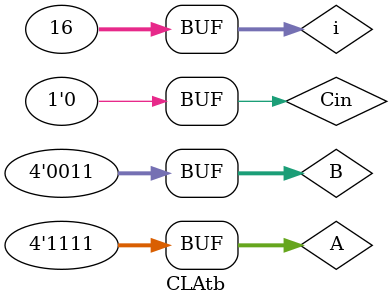
<source format=v>

`timescale 1ns / 1ps

module CLAtb;

	// Inputs
	reg [3:0] A;
	reg [3:0] B;
	reg Cin;

	// Outputs
	wire [3:0] S;
	wire Cout;

	// Instantiate the Unit Under Test (UUT)
	CLA uut (
		.A(A), 
		.B(B), 
		.Cin(Cin), 
		.S(S), 
		.Cout(Cout)
	);
	integer i;
	initial begin
		// Initialize Inputs
		A = 0;
		B = 0;
		Cin = 0;

		// Wait 100 ns for global reset to finish
		#100;
        
		// Add stimulus here
		B = 3;
		for(i = 1; i < 16; i = i + 1)
		begin
			A = i;
			#100;
		end
		

	end
      
endmodule

</source>
